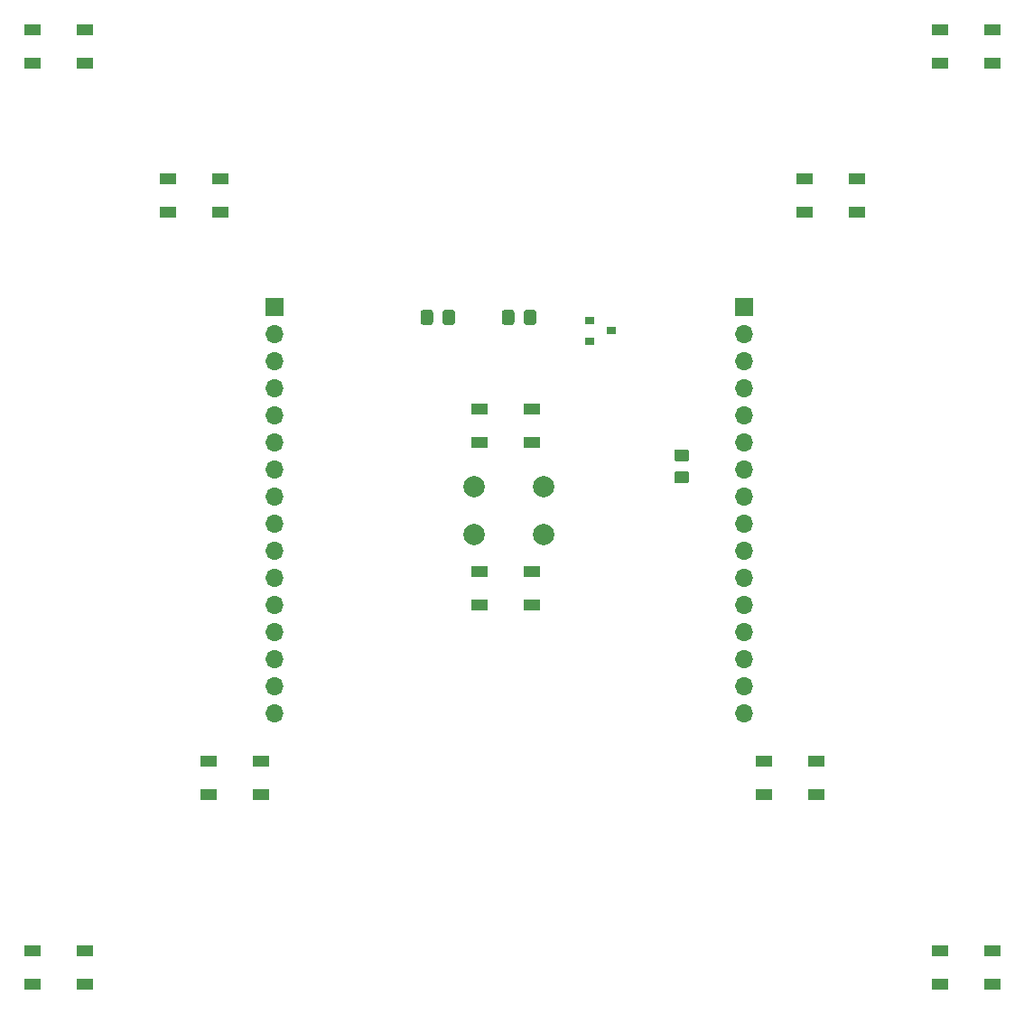
<source format=gbr>
G04 #@! TF.GenerationSoftware,KiCad,Pcbnew,5.1.5+dfsg1-2build2*
G04 #@! TF.CreationDate,2021-03-04T14:35:20-05:00*
G04 #@! TF.ProjectId,leveling_package,6c657665-6c69-46e6-975f-7061636b6167,rev?*
G04 #@! TF.SameCoordinates,Original*
G04 #@! TF.FileFunction,Copper,L1,Top*
G04 #@! TF.FilePolarity,Positive*
%FSLAX46Y46*%
G04 Gerber Fmt 4.6, Leading zero omitted, Abs format (unit mm)*
G04 Created by KiCad (PCBNEW 5.1.5+dfsg1-2build2) date 2021-03-04 14:35:20*
%MOMM*%
%LPD*%
G04 APERTURE LIST*
%ADD10R,1.500000X1.000000*%
%ADD11C,0.100000*%
%ADD12R,0.900000X0.800000*%
%ADD13C,2.000000*%
%ADD14O,1.700000X1.700000*%
%ADD15R,1.700000X1.700000*%
G04 APERTURE END LIST*
D10*
X114390000Y-28880000D03*
X114390000Y-32080000D03*
X119290000Y-28880000D03*
X119290000Y-32080000D03*
X101690000Y-42850000D03*
X101690000Y-46050000D03*
X106590000Y-42850000D03*
X106590000Y-46050000D03*
X29300000Y-28880000D03*
X29300000Y-32080000D03*
X34200000Y-28880000D03*
X34200000Y-32080000D03*
X42000000Y-42850000D03*
X42000000Y-46050000D03*
X46900000Y-42850000D03*
X46900000Y-46050000D03*
X114390000Y-115240000D03*
X114390000Y-118440000D03*
X119290000Y-115240000D03*
X119290000Y-118440000D03*
X97880000Y-97460000D03*
X97880000Y-100660000D03*
X102780000Y-97460000D03*
X102780000Y-100660000D03*
X29300000Y-115240000D03*
X29300000Y-118440000D03*
X34200000Y-115240000D03*
X34200000Y-118440000D03*
X45810000Y-97460000D03*
X45810000Y-100660000D03*
X50710000Y-97460000D03*
X50710000Y-100660000D03*
X71210000Y-79680000D03*
X71210000Y-82880000D03*
X76110000Y-79680000D03*
X76110000Y-82880000D03*
G04 #@! TA.AperFunction,SMDPad,CuDef*
D11*
G36*
X76304505Y-55181204D02*
G01*
X76328773Y-55184804D01*
X76352572Y-55190765D01*
X76375671Y-55199030D01*
X76397850Y-55209520D01*
X76418893Y-55222132D01*
X76438599Y-55236747D01*
X76456777Y-55253223D01*
X76473253Y-55271401D01*
X76487868Y-55291107D01*
X76500480Y-55312150D01*
X76510970Y-55334329D01*
X76519235Y-55357428D01*
X76525196Y-55381227D01*
X76528796Y-55405495D01*
X76530000Y-55429999D01*
X76530000Y-56330001D01*
X76528796Y-56354505D01*
X76525196Y-56378773D01*
X76519235Y-56402572D01*
X76510970Y-56425671D01*
X76500480Y-56447850D01*
X76487868Y-56468893D01*
X76473253Y-56488599D01*
X76456777Y-56506777D01*
X76438599Y-56523253D01*
X76418893Y-56537868D01*
X76397850Y-56550480D01*
X76375671Y-56560970D01*
X76352572Y-56569235D01*
X76328773Y-56575196D01*
X76304505Y-56578796D01*
X76280001Y-56580000D01*
X75629999Y-56580000D01*
X75605495Y-56578796D01*
X75581227Y-56575196D01*
X75557428Y-56569235D01*
X75534329Y-56560970D01*
X75512150Y-56550480D01*
X75491107Y-56537868D01*
X75471401Y-56523253D01*
X75453223Y-56506777D01*
X75436747Y-56488599D01*
X75422132Y-56468893D01*
X75409520Y-56447850D01*
X75399030Y-56425671D01*
X75390765Y-56402572D01*
X75384804Y-56378773D01*
X75381204Y-56354505D01*
X75380000Y-56330001D01*
X75380000Y-55429999D01*
X75381204Y-55405495D01*
X75384804Y-55381227D01*
X75390765Y-55357428D01*
X75399030Y-55334329D01*
X75409520Y-55312150D01*
X75422132Y-55291107D01*
X75436747Y-55271401D01*
X75453223Y-55253223D01*
X75471401Y-55236747D01*
X75491107Y-55222132D01*
X75512150Y-55209520D01*
X75534329Y-55199030D01*
X75557428Y-55190765D01*
X75581227Y-55184804D01*
X75605495Y-55181204D01*
X75629999Y-55180000D01*
X76280001Y-55180000D01*
X76304505Y-55181204D01*
G37*
G04 #@! TD.AperFunction*
G04 #@! TA.AperFunction,SMDPad,CuDef*
G36*
X74254505Y-55181204D02*
G01*
X74278773Y-55184804D01*
X74302572Y-55190765D01*
X74325671Y-55199030D01*
X74347850Y-55209520D01*
X74368893Y-55222132D01*
X74388599Y-55236747D01*
X74406777Y-55253223D01*
X74423253Y-55271401D01*
X74437868Y-55291107D01*
X74450480Y-55312150D01*
X74460970Y-55334329D01*
X74469235Y-55357428D01*
X74475196Y-55381227D01*
X74478796Y-55405495D01*
X74480000Y-55429999D01*
X74480000Y-56330001D01*
X74478796Y-56354505D01*
X74475196Y-56378773D01*
X74469235Y-56402572D01*
X74460970Y-56425671D01*
X74450480Y-56447850D01*
X74437868Y-56468893D01*
X74423253Y-56488599D01*
X74406777Y-56506777D01*
X74388599Y-56523253D01*
X74368893Y-56537868D01*
X74347850Y-56550480D01*
X74325671Y-56560970D01*
X74302572Y-56569235D01*
X74278773Y-56575196D01*
X74254505Y-56578796D01*
X74230001Y-56580000D01*
X73579999Y-56580000D01*
X73555495Y-56578796D01*
X73531227Y-56575196D01*
X73507428Y-56569235D01*
X73484329Y-56560970D01*
X73462150Y-56550480D01*
X73441107Y-56537868D01*
X73421401Y-56523253D01*
X73403223Y-56506777D01*
X73386747Y-56488599D01*
X73372132Y-56468893D01*
X73359520Y-56447850D01*
X73349030Y-56425671D01*
X73340765Y-56402572D01*
X73334804Y-56378773D01*
X73331204Y-56354505D01*
X73330000Y-56330001D01*
X73330000Y-55429999D01*
X73331204Y-55405495D01*
X73334804Y-55381227D01*
X73340765Y-55357428D01*
X73349030Y-55334329D01*
X73359520Y-55312150D01*
X73372132Y-55291107D01*
X73386747Y-55271401D01*
X73403223Y-55253223D01*
X73421401Y-55236747D01*
X73441107Y-55222132D01*
X73462150Y-55209520D01*
X73484329Y-55199030D01*
X73507428Y-55190765D01*
X73531227Y-55184804D01*
X73555495Y-55181204D01*
X73579999Y-55180000D01*
X74230001Y-55180000D01*
X74254505Y-55181204D01*
G37*
G04 #@! TD.AperFunction*
G04 #@! TA.AperFunction,SMDPad,CuDef*
G36*
X68684505Y-55181204D02*
G01*
X68708773Y-55184804D01*
X68732572Y-55190765D01*
X68755671Y-55199030D01*
X68777850Y-55209520D01*
X68798893Y-55222132D01*
X68818599Y-55236747D01*
X68836777Y-55253223D01*
X68853253Y-55271401D01*
X68867868Y-55291107D01*
X68880480Y-55312150D01*
X68890970Y-55334329D01*
X68899235Y-55357428D01*
X68905196Y-55381227D01*
X68908796Y-55405495D01*
X68910000Y-55429999D01*
X68910000Y-56330001D01*
X68908796Y-56354505D01*
X68905196Y-56378773D01*
X68899235Y-56402572D01*
X68890970Y-56425671D01*
X68880480Y-56447850D01*
X68867868Y-56468893D01*
X68853253Y-56488599D01*
X68836777Y-56506777D01*
X68818599Y-56523253D01*
X68798893Y-56537868D01*
X68777850Y-56550480D01*
X68755671Y-56560970D01*
X68732572Y-56569235D01*
X68708773Y-56575196D01*
X68684505Y-56578796D01*
X68660001Y-56580000D01*
X68009999Y-56580000D01*
X67985495Y-56578796D01*
X67961227Y-56575196D01*
X67937428Y-56569235D01*
X67914329Y-56560970D01*
X67892150Y-56550480D01*
X67871107Y-56537868D01*
X67851401Y-56523253D01*
X67833223Y-56506777D01*
X67816747Y-56488599D01*
X67802132Y-56468893D01*
X67789520Y-56447850D01*
X67779030Y-56425671D01*
X67770765Y-56402572D01*
X67764804Y-56378773D01*
X67761204Y-56354505D01*
X67760000Y-56330001D01*
X67760000Y-55429999D01*
X67761204Y-55405495D01*
X67764804Y-55381227D01*
X67770765Y-55357428D01*
X67779030Y-55334329D01*
X67789520Y-55312150D01*
X67802132Y-55291107D01*
X67816747Y-55271401D01*
X67833223Y-55253223D01*
X67851401Y-55236747D01*
X67871107Y-55222132D01*
X67892150Y-55209520D01*
X67914329Y-55199030D01*
X67937428Y-55190765D01*
X67961227Y-55184804D01*
X67985495Y-55181204D01*
X68009999Y-55180000D01*
X68660001Y-55180000D01*
X68684505Y-55181204D01*
G37*
G04 #@! TD.AperFunction*
G04 #@! TA.AperFunction,SMDPad,CuDef*
G36*
X66634505Y-55181204D02*
G01*
X66658773Y-55184804D01*
X66682572Y-55190765D01*
X66705671Y-55199030D01*
X66727850Y-55209520D01*
X66748893Y-55222132D01*
X66768599Y-55236747D01*
X66786777Y-55253223D01*
X66803253Y-55271401D01*
X66817868Y-55291107D01*
X66830480Y-55312150D01*
X66840970Y-55334329D01*
X66849235Y-55357428D01*
X66855196Y-55381227D01*
X66858796Y-55405495D01*
X66860000Y-55429999D01*
X66860000Y-56330001D01*
X66858796Y-56354505D01*
X66855196Y-56378773D01*
X66849235Y-56402572D01*
X66840970Y-56425671D01*
X66830480Y-56447850D01*
X66817868Y-56468893D01*
X66803253Y-56488599D01*
X66786777Y-56506777D01*
X66768599Y-56523253D01*
X66748893Y-56537868D01*
X66727850Y-56550480D01*
X66705671Y-56560970D01*
X66682572Y-56569235D01*
X66658773Y-56575196D01*
X66634505Y-56578796D01*
X66610001Y-56580000D01*
X65959999Y-56580000D01*
X65935495Y-56578796D01*
X65911227Y-56575196D01*
X65887428Y-56569235D01*
X65864329Y-56560970D01*
X65842150Y-56550480D01*
X65821107Y-56537868D01*
X65801401Y-56523253D01*
X65783223Y-56506777D01*
X65766747Y-56488599D01*
X65752132Y-56468893D01*
X65739520Y-56447850D01*
X65729030Y-56425671D01*
X65720765Y-56402572D01*
X65714804Y-56378773D01*
X65711204Y-56354505D01*
X65710000Y-56330001D01*
X65710000Y-55429999D01*
X65711204Y-55405495D01*
X65714804Y-55381227D01*
X65720765Y-55357428D01*
X65729030Y-55334329D01*
X65739520Y-55312150D01*
X65752132Y-55291107D01*
X65766747Y-55271401D01*
X65783223Y-55253223D01*
X65801401Y-55236747D01*
X65821107Y-55222132D01*
X65842150Y-55209520D01*
X65864329Y-55199030D01*
X65887428Y-55190765D01*
X65911227Y-55184804D01*
X65935495Y-55181204D01*
X65959999Y-55180000D01*
X66610001Y-55180000D01*
X66634505Y-55181204D01*
G37*
G04 #@! TD.AperFunction*
D12*
X83550000Y-57150000D03*
X81550000Y-58100000D03*
X81550000Y-56200000D03*
G04 #@! TA.AperFunction,SMDPad,CuDef*
D11*
G36*
X90644505Y-70301204D02*
G01*
X90668773Y-70304804D01*
X90692572Y-70310765D01*
X90715671Y-70319030D01*
X90737850Y-70329520D01*
X90758893Y-70342132D01*
X90778599Y-70356747D01*
X90796777Y-70373223D01*
X90813253Y-70391401D01*
X90827868Y-70411107D01*
X90840480Y-70432150D01*
X90850970Y-70454329D01*
X90859235Y-70477428D01*
X90865196Y-70501227D01*
X90868796Y-70525495D01*
X90870000Y-70549999D01*
X90870000Y-71200001D01*
X90868796Y-71224505D01*
X90865196Y-71248773D01*
X90859235Y-71272572D01*
X90850970Y-71295671D01*
X90840480Y-71317850D01*
X90827868Y-71338893D01*
X90813253Y-71358599D01*
X90796777Y-71376777D01*
X90778599Y-71393253D01*
X90758893Y-71407868D01*
X90737850Y-71420480D01*
X90715671Y-71430970D01*
X90692572Y-71439235D01*
X90668773Y-71445196D01*
X90644505Y-71448796D01*
X90620001Y-71450000D01*
X89719999Y-71450000D01*
X89695495Y-71448796D01*
X89671227Y-71445196D01*
X89647428Y-71439235D01*
X89624329Y-71430970D01*
X89602150Y-71420480D01*
X89581107Y-71407868D01*
X89561401Y-71393253D01*
X89543223Y-71376777D01*
X89526747Y-71358599D01*
X89512132Y-71338893D01*
X89499520Y-71317850D01*
X89489030Y-71295671D01*
X89480765Y-71272572D01*
X89474804Y-71248773D01*
X89471204Y-71224505D01*
X89470000Y-71200001D01*
X89470000Y-70549999D01*
X89471204Y-70525495D01*
X89474804Y-70501227D01*
X89480765Y-70477428D01*
X89489030Y-70454329D01*
X89499520Y-70432150D01*
X89512132Y-70411107D01*
X89526747Y-70391401D01*
X89543223Y-70373223D01*
X89561401Y-70356747D01*
X89581107Y-70342132D01*
X89602150Y-70329520D01*
X89624329Y-70319030D01*
X89647428Y-70310765D01*
X89671227Y-70304804D01*
X89695495Y-70301204D01*
X89719999Y-70300000D01*
X90620001Y-70300000D01*
X90644505Y-70301204D01*
G37*
G04 #@! TD.AperFunction*
G04 #@! TA.AperFunction,SMDPad,CuDef*
G36*
X90644505Y-68251204D02*
G01*
X90668773Y-68254804D01*
X90692572Y-68260765D01*
X90715671Y-68269030D01*
X90737850Y-68279520D01*
X90758893Y-68292132D01*
X90778599Y-68306747D01*
X90796777Y-68323223D01*
X90813253Y-68341401D01*
X90827868Y-68361107D01*
X90840480Y-68382150D01*
X90850970Y-68404329D01*
X90859235Y-68427428D01*
X90865196Y-68451227D01*
X90868796Y-68475495D01*
X90870000Y-68499999D01*
X90870000Y-69150001D01*
X90868796Y-69174505D01*
X90865196Y-69198773D01*
X90859235Y-69222572D01*
X90850970Y-69245671D01*
X90840480Y-69267850D01*
X90827868Y-69288893D01*
X90813253Y-69308599D01*
X90796777Y-69326777D01*
X90778599Y-69343253D01*
X90758893Y-69357868D01*
X90737850Y-69370480D01*
X90715671Y-69380970D01*
X90692572Y-69389235D01*
X90668773Y-69395196D01*
X90644505Y-69398796D01*
X90620001Y-69400000D01*
X89719999Y-69400000D01*
X89695495Y-69398796D01*
X89671227Y-69395196D01*
X89647428Y-69389235D01*
X89624329Y-69380970D01*
X89602150Y-69370480D01*
X89581107Y-69357868D01*
X89561401Y-69343253D01*
X89543223Y-69326777D01*
X89526747Y-69308599D01*
X89512132Y-69288893D01*
X89499520Y-69267850D01*
X89489030Y-69245671D01*
X89480765Y-69222572D01*
X89474804Y-69198773D01*
X89471204Y-69174505D01*
X89470000Y-69150001D01*
X89470000Y-68499999D01*
X89471204Y-68475495D01*
X89474804Y-68451227D01*
X89480765Y-68427428D01*
X89489030Y-68404329D01*
X89499520Y-68382150D01*
X89512132Y-68361107D01*
X89526747Y-68341401D01*
X89543223Y-68323223D01*
X89561401Y-68306747D01*
X89581107Y-68292132D01*
X89602150Y-68279520D01*
X89624329Y-68269030D01*
X89647428Y-68260765D01*
X89671227Y-68254804D01*
X89695495Y-68251204D01*
X89719999Y-68250000D01*
X90620001Y-68250000D01*
X90644505Y-68251204D01*
G37*
G04 #@! TD.AperFunction*
D13*
X77250000Y-71750000D03*
X77250000Y-76250000D03*
X70750000Y-71750000D03*
X70750000Y-76250000D03*
D10*
X71210000Y-64440000D03*
X71210000Y-67640000D03*
X76110000Y-64440000D03*
X76110000Y-67640000D03*
D14*
X96000000Y-93050000D03*
X96000000Y-90510000D03*
X96000000Y-87970000D03*
X96000000Y-85430000D03*
X96000000Y-82890000D03*
X96000000Y-80350000D03*
X96000000Y-77810000D03*
X96000000Y-75270000D03*
X96000000Y-72730000D03*
X96000000Y-70190000D03*
X96000000Y-67650000D03*
X96000000Y-65110000D03*
X96000000Y-62570000D03*
X96000000Y-60030000D03*
X96000000Y-57490000D03*
D15*
X96000000Y-54950000D03*
D14*
X52000000Y-93050000D03*
X52000000Y-90510000D03*
X52000000Y-87970000D03*
X52000000Y-85430000D03*
X52000000Y-82890000D03*
X52000000Y-80350000D03*
X52000000Y-77810000D03*
X52000000Y-75270000D03*
X52000000Y-72730000D03*
X52000000Y-70190000D03*
X52000000Y-67650000D03*
X52000000Y-65110000D03*
X52000000Y-62570000D03*
X52000000Y-60030000D03*
X52000000Y-57490000D03*
D15*
X52000000Y-54950000D03*
M02*

</source>
